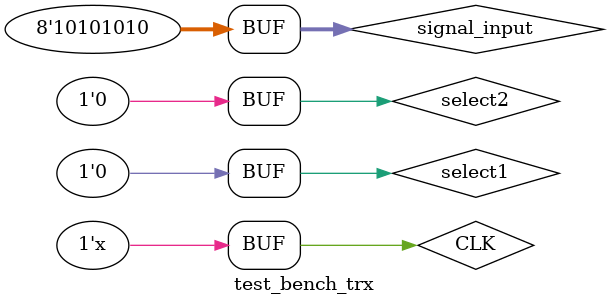
<source format=v>
`timescale 1ns / 1ps


module test_bench_trx;

	// Inputs
	reg [7:0] signal_input;
	reg select1;
	reg select2;
	reg CLK;
 
	// Outputs
	reg [7:0]signal_output;

	// Instantiate the Unit Under Test (UUT)
	Transmitter_Receiver uut (
		.signal_input(signal_input), 
		.signal_output(signal_output), 
		.select1(select1), 
		.select2(select2), 
		.CLK(CLK)
	);
always begin
		#100 CLK=~CLK;
    end
	initial begin
		// Initialize Inputs
		signal_input = 0;
		select1 = 0;
		select2 = 0;
		CLK = 0;

		// Wait 100 ns for global reset to finish
		#180;
		
		
		signal_input = 8'b10101010;
		select1 = 2'b01;
		select2 = 0;
		CLK = 0;

		// Wait 100 ns for global reset to finish
		#180;
		
		signal_input = 8'b10101010;
		select1 = 2'b10;
		select2 = 2'b10;
		CLK = 0;

		// Wait 100 ns for global reset to finish
		#1500;
		
        
		// Add stimulus here

	end
      
endmodule


</source>
